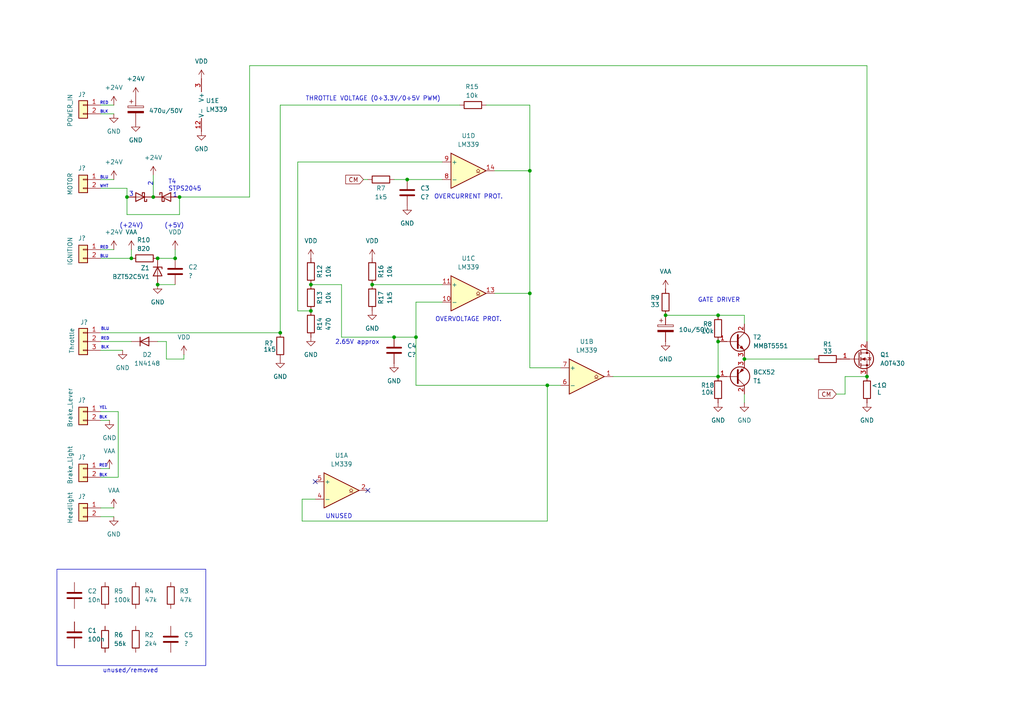
<source format=kicad_sch>
(kicad_sch (version 20250114) (generator "eeschema") (generator_version "9.0")
  (paper "A4")
  (lib_symbols
    (symbol "Comparator:LM339" (pin_names (offset 0.127))
      (property "Reference" "U" (at 0 5.08 0))
      (property "Value" "LM339" (at 0 -5.08 0))
      (symbol "LM339_1_1"
        (polyline (pts (xy -5.08 5.08) (xy 5.08 0) (xy -5.08 -5.08) (xy -5.08 5.08)) (stroke (width 0.254)) (fill (type background)))
        (polyline (pts (xy 3.302 -0.508) (xy 2.794 -0.508) (xy 3.302 0) (xy 2.794 0.508) (xy 2.286 0) (xy 2.794 -0.508) (xy 2.286 -0.508)) (stroke (width 0.127)))
        (pin input line (at -7.62 2.54 0) (length 2.54) (name "+") (number "5"))
        (pin input line (at -7.62 -2.54 0) (length 2.54) (name "-") (number "4"))
        (pin open_collector line (at 7.62 0 180) (length 2.54) (name "~") (number "2"))
      )
      (symbol "LM339_2_1"
        (polyline (pts (xy -5.08 5.08) (xy 5.08 0) (xy -5.08 -5.08) (xy -5.08 5.08)) (stroke (width 0.254)) (fill (type background)))
        (polyline (pts (xy 3.302 -0.508) (xy 2.794 -0.508) (xy 3.302 0) (xy 2.794 0.508) (xy 2.286 0) (xy 2.794 -0.508) (xy 2.286 -0.508)) (stroke (width 0.127)))
        (pin input line (at -7.62 2.54 0) (length 2.54) (name "+") (number "7"))
        (pin input line (at -7.62 -2.54 0) (length 2.54) (name "-") (number "6"))
        (pin open_collector line (at 7.62 0 180) (length 2.54) (name "~") (number "1"))
      )
      (symbol "LM339_3_1"
        (polyline (pts (xy -5.08 5.08) (xy 5.08 0) (xy -5.08 -5.08) (xy -5.08 5.08)) (stroke (width 0.254)) (fill (type background)))
        (polyline (pts (xy 3.302 -0.508) (xy 2.794 -0.508) (xy 3.302 0) (xy 2.794 0.508) (xy 2.286 0) (xy 2.794 -0.508) (xy 2.286 -0.508)) (stroke (width 0.127)))
        (pin input line (at -7.62 2.54 0) (length 2.54) (name "+") (number "11"))
        (pin input line (at -7.62 -2.54 0) (length 2.54) (name "-") (number "10"))
        (pin open_collector line (at 7.62 0 180) (length 2.54) (name "~") (number "13"))
      )
      (symbol "LM339_4_1"
        (polyline (pts (xy -5.08 5.08) (xy 5.08 0) (xy -5.08 -5.08) (xy -5.08 5.08)) (stroke (width 0.254)) (fill (type background)))
        (polyline (pts (xy 3.302 -0.508) (xy 2.794 -0.508) (xy 3.302 0) (xy 2.794 0.508) (xy 2.286 0) (xy 2.794 -0.508) (xy 2.286 -0.508)) (stroke (width 0.127)))
        (pin input line (at -7.62 2.54 0) (length 2.54) (name "+") (number "9"))
        (pin input line (at -7.62 -2.54 0) (length 2.54) (name "-") (number "8"))
        (pin open_collector line (at 7.62 0 180) (length 2.54) (name "~") (number "14"))
      )
      (symbol "LM339_5_1"
        (pin power_in line (at -2.54 7.62 270) (length 3.81) (name "V+") (number "3"))
        (pin power_in line (at -2.54 -7.62 90) (length 3.81) (name "V-") (number "12"))
      )
    )
    (symbol "Connector_Generic:Conn_01x02" (pin_names (offset 1.016) (hide yes))
      (property "Reference" "J" (at 0 2.54 0))
      (property "Value" "Conn_01x02" (at 0 -5.08 0))
      (symbol "Conn_01x02_1_1"
        (rectangle (start -1.27 1.27) (end 1.27 -3.81) (stroke (width 0.254)) (fill (type background)))
        (rectangle (start -1.27 0.127) (end 0 -0.127) (stroke (width 0.1524)))
        (rectangle (start -1.27 -2.413) (end 0 -2.667) (stroke (width 0.1524)))
        (pin passive line (at -5.08 0 0) (length 3.81) (name "Pin_1") (number "1"))
        (pin passive line (at -5.08 -2.54 0) (length 3.81) (name "Pin_2") (number "2"))
      )
    )
    (symbol "Connector_Generic:Conn_01x03" (pin_names (offset 1.016) (hide yes))
      (property "Reference" "J" (at 0 5.08 0))
      (property "Value" "Conn_01x03" (at 0 -5.08 0))
      (symbol "Conn_01x03_1_1"
        (rectangle (start -1.27 3.81) (end 1.27 -3.81) (stroke (width 0.254)) (fill (type background)))
        (rectangle (start -1.27 2.667) (end 0 2.413) (stroke (width 0.1524)))
        (rectangle (start -1.27 0.127) (end 0 -0.127) (stroke (width 0.1524)))
        (rectangle (start -1.27 -2.413) (end 0 -2.667) (stroke (width 0.1524)))
        (pin passive line (at -5.08 2.54 0) (length 3.81) (name "Pin_1") (number "1"))
        (pin passive line (at -5.08 0 0) (length 3.81) (name "Pin_2") (number "2"))
        (pin passive line (at -5.08 -2.54 0) (length 3.81) (name "Pin_3") (number "3"))
      )
    )
    (symbol "Device:C" (pin_numbers (hide yes)) (pin_names (offset 0.254))
      (property "Reference" "C" (at 0.635 2.54 0))
      (property "Value" "C" (at 0.635 -2.54 0))
      (symbol "C_0_1"
        (polyline (pts (xy -2.032 0.762) (xy 2.032 0.762)) (stroke (width 0.508)))
        (polyline (pts (xy -2.032 -0.762) (xy 2.032 -0.762)) (stroke (width 0.508)))
      )
      (symbol "C_1_1"
        (pin passive line (at 0 3.81 270) (length 2.794) (name "~") (number "1"))
        (pin passive line (at 0 -3.81 90) (length 2.794) (name "~") (number "2"))
      )
    )
    (symbol "Device:C_Polarized" (pin_numbers (hide yes)) (pin_names (offset 0.254))
      (property "Reference" "C" (at 0.635 2.54 0))
      (property "Value" "C_Polarized" (at 0.635 -2.54 0))
      (symbol "C_Polarized_0_1"
        (rectangle (start -2.286 0.508) (end 2.286 1.016))
        (polyline (pts (xy -1.778 2.286) (xy -0.762 2.286)))
        (polyline (pts (xy -1.27 2.794) (xy -1.27 1.778)))
        (rectangle (start 2.286 -0.508) (end -2.286 -1.016) (fill (type outline)))
      )
      (symbol "C_Polarized_1_1"
        (pin passive line (at 0 3.81 270) (length 2.794) (name "~") (number "1"))
        (pin passive line (at 0 -3.81 90) (length 2.794) (name "~") (number "2"))
      )
    )
    (symbol "Device:D" (pin_numbers (hide yes)) (pin_names (offset 1.016) (hide yes))
      (property "Reference" "D" (at 0 2.54 0))
      (property "Value" "D" (at 0 -2.54 0))
      (symbol "D_0_1"
        (polyline (pts (xy -1.27 1.27) (xy -1.27 -1.27)) (stroke (width 0.254)))
        (polyline (pts (xy 1.27 1.27) (xy 1.27 -1.27) (xy -1.27 0) (xy 1.27 1.27)) (stroke (width 0.254)))
        (polyline (pts (xy 1.27 0) (xy -1.27 0)))
      )
      (symbol "D_1_1"
        (pin passive line (at -3.81 0 0) (length 2.54) (name "K") (number "1"))
        (pin passive line (at 3.81 0 180) (length 2.54) (name "A") (number "2"))
      )
    )
    (symbol "Device:D_Schottky" (pin_numbers (hide yes)) (pin_names (offset 1.016) (hide yes))
      (property "Reference" "D" (at 0 2.54 0))
      (property "Value" "D_Schottky" (at 0 -2.54 0))
      (symbol "D_Schottky_0_1"
        (polyline (pts (xy -1.905 0.635) (xy -1.905 1.27) (xy -1.27 1.27) (xy -1.27 -1.27) (xy -0.635 -1.27) (xy -0.635 -0.635)) (stroke (width 0.254)))
        (polyline (pts (xy 1.27 1.27) (xy 1.27 -1.27) (xy -1.27 0) (xy 1.27 1.27)) (stroke (width 0.254)))
        (polyline (pts (xy 1.27 0) (xy -1.27 0)))
      )
      (symbol "D_Schottky_1_1"
        (pin passive line (at -3.81 0 0) (length 2.54) (name "K") (number "1"))
        (pin passive line (at 3.81 0 180) (length 2.54) (name "A") (number "2"))
      )
    )
    (symbol "Device:D_Zener" (pin_numbers (hide yes)) (pin_names (offset 1.016) (hide yes))
      (property "Reference" "D" (at 0 2.54 0))
      (property "Value" "D_Zener" (at 0 -2.54 0))
      (symbol "D_Zener_0_1"
        (polyline (pts (xy -1.27 -1.27) (xy -1.27 1.27) (xy -0.762 1.27)) (stroke (width 0.254)))
        (polyline (pts (xy 1.27 0) (xy -1.27 0)))
        (polyline (pts (xy 1.27 -1.27) (xy 1.27 1.27) (xy -1.27 0) (xy 1.27 -1.27)) (stroke (width 0.254)))
      )
      (symbol "D_Zener_1_1"
        (pin passive line (at -3.81 0 0) (length 2.54) (name "K") (number "1"))
        (pin passive line (at 3.81 0 180) (length 2.54) (name "A") (number "2"))
      )
    )
    (symbol "Device:R" (pin_numbers (hide yes)) (pin_names (offset 0))
      (property "Reference" "R" (at 2.032 0 90))
      (property "Value" "R" (at 0 0 90))
      (symbol "R_0_1"
        (rectangle (start -1.016 -2.54) (end 1.016 2.54) (stroke (width 0.254)))
      )
      (symbol "R_1_1"
        (pin passive line (at 0 3.81 270) (length 1.27) (name "~") (number "1"))
        (pin passive line (at 0 -3.81 90) (length 1.27) (name "~") (number "2"))
      )
    )
    (symbol "Transistor_BJT:BCX52" (pin_names (offset 0) (hide yes))
      (property "Reference" "Q" (at 5.08 1.905 0))
      (property "Value" "BCX52" (at 5.08 0 0))
      (symbol "BCX52_0_1"
        (polyline (pts (xy -2.54 0) (xy 0.635 0)))
        (polyline (pts (xy 0.635 1.905) (xy 0.635 -1.905)) (stroke (width 0.508)))
        (polyline (pts (xy 0.635 0.635) (xy 2.54 2.54)))
        (polyline (pts (xy 0.635 -0.635) (xy 2.54 -2.54)))
        (circle (center 1.27 0) (radius 2.8194) (stroke (width 0.254)))
        (polyline (pts (xy 2.286 -1.778) (xy 1.778 -2.286) (xy 1.27 -1.27) (xy 2.286 -1.778)) (fill (type outline)))
      )
      (symbol "BCX52_1_1"
        (pin input line (at -5.08 0 0) (length 2.54) (name "B") (number "1"))
        (pin passive line (at 2.54 5.08 270) (length 2.54) (name "C") (number "2"))
        (pin passive line (at 2.54 -5.08 90) (length 2.54) (name "E") (number "3"))
      )
    )
    (symbol "Transistor_BJT:MMBT5551L" (pin_names (offset 0) (hide yes))
      (property "Reference" "Q1" (at 5.08 1.27 0))
      (property "Value" "MMBT5551" (at 5.08 -1.27 0))
      (symbol "MMBT5551L_0_1"
        (polyline (pts (xy -2.54 0) (xy 0.635 0)))
        (polyline (pts (xy 0.635 1.905) (xy 0.635 -1.905)) (stroke (width 0.508)))
        (circle (center 1.27 0) (radius 2.8194) (stroke (width 0.254)))
      )
      (symbol "MMBT5551L_1_1"
        (polyline (pts (xy 0.635 0.635) (xy 2.54 2.54)))
        (polyline (pts (xy 0.635 -0.635) (xy 2.54 -2.54)))
        (polyline (pts (xy 1.27 -1.778) (xy 1.778 -1.27) (xy 2.286 -2.286) (xy 1.27 -1.778)) (fill (type outline)))
        (pin input line (at -5.08 0 0) (length 2.54) (name "B") (number "1"))
        (pin passive line (at 2.54 5.08 270) (length 2.54) (name "C") (number "2"))
        (pin passive line (at 2.54 -5.08 90) (length 2.54) (name "E") (number "3"))
      )
    )
    (symbol "Transistor_FET:AO3400A" (pin_names (hide yes))
      (property "Reference" "Q1" (at 6.35 1.27 0))
      (property "Value" "AOT430" (at 6.35 -1.27 0))
      (symbol "AO3400A_0_1"
        (polyline (pts (xy 0.254 1.905) (xy 0.254 -1.905)) (stroke (width 0.254)))
        (polyline (pts (xy 0.254 0) (xy -2.54 0)))
        (polyline (pts (xy 0.762 2.286) (xy 0.762 1.27)) (stroke (width 0.254)))
        (polyline (pts (xy 0.762 0.508) (xy 0.762 -0.508)) (stroke (width 0.254)))
        (polyline (pts (xy 0.762 -1.27) (xy 0.762 -2.286)) (stroke (width 0.254)))
        (polyline (pts (xy 0.762 -1.778) (xy 3.302 -1.778) (xy 3.302 1.778) (xy 0.762 1.778)))
        (polyline (pts (xy 1.016 0) (xy 2.032 0.381) (xy 2.032 -0.381) (xy 1.016 0)) (fill (type outline)))
        (circle (center 1.651 0) (radius 2.794) (stroke (width 0.254)))
        (polyline (pts (xy 2.54 2.54) (xy 2.54 1.778)))
        (circle (center 2.54 1.778) (radius 0.254) (fill (type outline)))
        (circle (center 2.54 -1.778) (radius 0.254) (fill (type outline)))
        (polyline (pts (xy 2.54 -2.54) (xy 2.54 0) (xy 0.762 0)))
        (polyline (pts (xy 2.794 0.508) (xy 2.921 0.381) (xy 3.683 0.381) (xy 3.81 0.254)))
        (polyline (pts (xy 3.302 0.381) (xy 2.921 -0.254) (xy 3.683 -0.254) (xy 3.302 0.381)))
      )
      (symbol "AO3400A_1_1"
        (pin input line (at -5.08 0 0) (length 2.54) (name "G") (number "1"))
        (pin passive line (at 2.54 5.08 270) (length 2.54) (name "D") (number "2"))
        (pin passive line (at 2.54 -5.08 90) (length 2.54) (name "S") (number "3"))
      )
    )
    (symbol "power:+24V" (power) (pin_numbers (hide yes)) (pin_names (offset 0) (hide yes))
      (property "Value" "+24V" (at 0 3.556 0))
      (symbol "+24V_0_1"
        (polyline (pts (xy -0.762 1.27) (xy 0 2.54)))
        (polyline (pts (xy 0 2.54) (xy 0.762 1.27)))
        (polyline (pts (xy 0 0) (xy 0 2.54)))
      )
      (symbol "+24V_1_1"
        (pin power_in line (at 0 0 90) (length 0) (name "~") (number "1"))
      )
    )
    (symbol "power:GND" (power) (pin_numbers (hide yes)) (pin_names (offset 0) (hide yes))
      (property "Value" "GND" (at 0 -3.81 0))
      (symbol "GND_0_1"
        (polyline (pts (xy 0 0) (xy 0 -1.27) (xy 1.27 -1.27) (xy 0 -2.54) (xy -1.27 -1.27) (xy 0 -1.27)))
      )
      (symbol "GND_1_1"
        (pin power_in line (at 0 0 270) (length 0) (name "~") (number "1"))
      )
    )
    (symbol "power:VAA" (power) (pin_numbers (hide yes)) (pin_names (offset 0) (hide yes))
      (property "Value" "VAA" (at 0 3.556 0))
      (symbol "VAA_0_1"
        (polyline (pts (xy -0.762 1.27) (xy 0 2.54)))
        (polyline (pts (xy 0 2.54) (xy 0.762 1.27)))
        (polyline (pts (xy 0 0) (xy 0 2.54)))
      )
      (symbol "VAA_1_1"
        (pin power_in line (at 0 0 90) (length 0) (name "~") (number "1"))
      )
    )
    (symbol "power:VDD" (power) (pin_numbers (hide yes)) (pin_names (offset 0) (hide yes))
      (property "Value" "VDD" (at 0 3.556 0))
      (symbol "VDD_0_1"
        (polyline (pts (xy -0.762 1.27) (xy 0 2.54)))
        (polyline (pts (xy 0 2.54) (xy 0.762 1.27)))
        (polyline (pts (xy 0 0) (xy 0 2.54)))
      )
      (symbol "VDD_1_1"
        (pin power_in line (at 0 0 90) (length 0) (name "~") (number "1"))
      )
    )
  )
  (rectangle (start 16.51 165.1) (end 59.69 193.04))
  (text "OVERVOLTAGE PROT." (at 135.89 92.71 0) (effects (font (size 1.27 1.27))))
  (text "RED" (at 30.48 98.298 0) (effects (font (size 0.8128 0.8128))))
  (text "BLK" (at 29.972 137.922 0) (effects (font (size 0.8128 0.8128))))
  (text "(+24V)" (at 38.1 65.532 0) (effects (font (size 1.27 1.27))))
  (text "1" (at 50.8 56.642 0) (effects (font (size 1.27 1.27))))
  (text "BLK" (at 29.972 121.158 0) (effects (font (size 0.8128 0.8128))))
  (text "BLU\n" (at 30.226 51.562 0) (effects (font (size 0.8128 0.8128))))
  (text "BLK" (at 30.48 100.838 0) (effects (font (size 0.8128 0.8128))))
  (text "3" (at 38.1 56.388 0) (effects (font (size 1.27 1.27))))
  (text "RED" (at 30.226 71.882 0) (effects (font (size 0.8128 0.8128))))
  (text "RED" (at 30.226 29.972 0) (effects (font (size 0.8128 0.8128))))
  (text "(+5V)" (at 50.546 65.532 0) (effects (font (size 1.27 1.27))))
  (text "RED" (at 29.972 135.128 0) (effects (font (size 0.8128 0.8128))))
  (text "unused/removed" (at 37.846 194.564 0) (effects (font (size 1.27 1.27))))
  (text "BLK\n" (at 30.226 32.512 0) (effects (font (size 0.8128 0.8128))))
  (text "2" (at 43.688 53.34 90) (effects (font (size 1.27 1.27))))
  (text "BLU\n" (at 30.48 95.504 0) (effects (font (size 0.8128 0.8128))))
  (text "YEL" (at 29.972 118.364 0) (effects (font (size 0.8128 0.8128))))
  (text "GATE DRIVER" (at 208.534 87.122 0) (effects (font (size 1.27 1.27))))
  (text "THROTTLE VOLTAGE (0÷3.3V/0÷5V PWM)" (at 108.204 28.702 0) (effects (font (size 1.27 1.27))))
  (text "OVERCURRENT PROT." (at 135.89 57.15 0) (effects (font (size 1.27 1.27))))
  (text "T4\nSTPS2045" (at 48.768 53.848 0) (effects (font (size 1.27 1.27)) (justify left)))
  (text "2.65V approx" (at 103.632 99.314 0) (effects (font (size 1.27 1.27))))
  (text "UNUSED" (at 98.298 149.86 0) (effects (font (size 1.27 1.27))))
  (text "WHT" (at 30.226 54.102 0) (effects (font (size 0.8128 0.8128))))
  (text "BLU\n" (at 30.226 74.422 0) (effects (font (size 0.8128 0.8128))))
  (junction (at 251.46 109.22))
  (junction (at 50.8 74.93))
  (junction (at 90.17 82.55))
  (junction (at 158.75 111.76))
  (junction (at 153.67 49.53))
  (junction (at 36.83 57.15))
  (junction (at 193.04 91.44))
  (junction (at 120.65 97.79))
  (junction (at 118.11 52.07))
  (junction (at 208.28 99.06))
  (junction (at 81.28 96.52))
  (junction (at 215.9 104.14))
  (junction (at 38.1 74.93))
  (junction (at 208.28 91.44))
  (junction (at 45.72 74.93))
  (junction (at 52.07 57.15))
  (junction (at 208.28 109.22))
  (junction (at 153.67 85.09))
  (junction (at 44.45 57.15))
  (junction (at 90.17 90.17))
  (junction (at 114.3 97.79))
  (junction (at 107.95 82.55))
  (junction (at 45.72 82.55))
  (no_connect (at 91.44 139.7))
  (no_connect (at 106.68 142.24))
  (wire (pts (xy 81.28 30.48) (xy 133.35 30.48)))
  (wire (pts (xy 114.3 52.07) (xy 118.11 52.07)))
  (wire (pts (xy 44.45 50.8) (xy 44.45 57.15)))
  (wire (pts (xy 34.29 138.43) (xy 34.29 119.38)))
  (wire (pts (xy 81.28 97.79) (xy 81.28 96.52)))
  (wire (pts (xy 29.21 101.6) (xy 35.56 101.6)))
  (wire (pts (xy 29.21 138.43) (xy 34.29 138.43)))
  (wire (pts (xy 128.27 52.07) (xy 118.11 52.07)))
  (wire (pts (xy 87.63 144.78) (xy 91.44 144.78)))
  (wire (pts (xy 158.75 111.76) (xy 158.75 151.13)))
  (wire (pts (xy 86.36 46.99) (xy 128.27 46.99)))
  (wire (pts (xy 72.39 19.05) (xy 72.39 57.15)))
  (wire (pts (xy 245.11 109.22) (xy 251.46 109.22)))
  (wire (pts (xy 33.02 72.39) (xy 29.21 72.39)))
  (wire (pts (xy 208.28 99.06) (xy 208.28 109.22)))
  (wire (pts (xy 90.17 90.17) (xy 86.36 90.17)))
  (wire (pts (xy 31.75 135.89) (xy 29.21 135.89)))
  (wire (pts (xy 38.1 99.06) (xy 29.21 99.06)))
  (wire (pts (xy 120.65 97.79) (xy 120.65 111.76)))
  (wire (pts (xy 162.56 111.76) (xy 158.75 111.76)))
  (wire (pts (xy 153.67 30.48) (xy 153.67 49.53)))
  (wire (pts (xy 50.8 74.93) (xy 45.72 74.93)))
  (wire (pts (xy 107.95 82.55) (xy 128.27 82.55)))
  (wire (pts (xy 251.46 19.05) (xy 72.39 19.05)))
  (wire (pts (xy 153.67 30.48) (xy 140.97 30.48)))
  (wire (pts (xy 215.9 91.44) (xy 208.28 91.44)))
  (wire (pts (xy 53.34 104.14) (xy 48.26 104.14)))
  (wire (pts (xy 48.26 99.06) (xy 45.72 99.06)))
  (wire (pts (xy 153.67 106.68) (xy 153.67 85.09)))
  (wire (pts (xy 72.39 57.15) (xy 52.07 57.15)))
  (wire (pts (xy 53.34 104.14) (xy 53.34 102.87)))
  (wire (pts (xy 29.21 33.02) (xy 33.02 33.02)))
  (wire (pts (xy 29.21 147.32) (xy 33.02 147.32)))
  (wire (pts (xy 29.21 74.93) (xy 38.1 74.93)))
  (wire (pts (xy 236.22 104.14) (xy 215.9 104.14)))
  (wire (pts (xy 31.75 121.92) (xy 29.21 121.92)))
  (wire (pts (xy 106.68 52.07) (xy 105.41 52.07)))
  (wire (pts (xy 143.51 49.53) (xy 153.67 49.53)))
  (wire (pts (xy 87.63 151.13) (xy 87.63 144.78)))
  (wire (pts (xy 48.26 104.14) (xy 48.26 99.06)))
  (wire (pts (xy 34.29 119.38) (xy 29.21 119.38)))
  (wire (pts (xy 90.17 82.55) (xy 99.06 82.55)))
  (wire (pts (xy 158.75 111.76) (xy 120.65 111.76)))
  (wire (pts (xy 215.9 91.44) (xy 215.9 93.98)))
  (wire (pts (xy 208.28 91.44) (xy 193.04 91.44)))
  (wire (pts (xy 86.36 90.17) (xy 86.36 46.99)))
  (wire (pts (xy 120.65 87.63) (xy 128.27 87.63)))
  (wire (pts (xy 162.56 106.68) (xy 153.67 106.68)))
  (wire (pts (xy 99.06 97.79) (xy 114.3 97.79)))
  (wire (pts (xy 177.8 109.22) (xy 208.28 109.22)))
  (wire (pts (xy 143.51 85.09) (xy 153.67 85.09)))
  (wire (pts (xy 52.07 57.15) (xy 52.07 62.23)))
  (wire (pts (xy 120.65 87.63) (xy 120.65 97.79)))
  (wire (pts (xy 52.07 62.23) (xy 36.83 62.23)))
  (wire (pts (xy 81.28 30.48) (xy 81.28 96.52)))
  (wire (pts (xy 251.46 99.06) (xy 251.46 19.05)))
  (wire (pts (xy 215.9 114.3) (xy 215.9 116.84)))
  (wire (pts (xy 81.28 96.52) (xy 29.21 96.52)))
  (wire (pts (xy 50.8 72.39) (xy 50.8 74.93)))
  (wire (pts (xy 36.83 54.61) (xy 36.83 57.15)))
  (wire (pts (xy 158.75 151.13) (xy 87.63 151.13)))
  (wire (pts (xy 36.83 62.23) (xy 36.83 57.15)))
  (wire (pts (xy 99.06 82.55) (xy 99.06 97.79)))
  (wire (pts (xy 29.21 149.86) (xy 33.02 149.86)))
  (wire (pts (xy 245.11 114.3) (xy 245.11 109.22)))
  (wire (pts (xy 38.1 74.93) (xy 38.1 72.39)))
  (wire (pts (xy 33.02 30.48) (xy 29.21 30.48)))
  (wire (pts (xy 45.72 82.55) (xy 50.8 82.55)))
  (wire (pts (xy 36.83 54.61) (xy 29.21 54.61)))
  (wire (pts (xy 114.3 97.79) (xy 120.65 97.79)))
  (wire (pts (xy 153.67 85.09) (xy 153.67 49.53)))
  (wire (pts (xy 242.57 114.3) (xy 245.11 114.3)))
  (wire (pts (xy 33.02 52.07) (xy 29.21 52.07)))
  (global_label "CM" (shape input) (at 105.41 52.07 180) (property "Intersheetrefs" "${INTERSHEET_REFS}" (effects (hide yes))))
  (global_label "CM" (shape input) (at 242.57 114.3 180) (property "Intersheetrefs" "${INTERSHEET_REFS}" (effects (hide yes))))
  (symbol (lib_id "Device:R") (at 193.04 87.63 0) (unit 1)
    (property "Reference" "R9" (at 189.992 86.36 0))
    (property "Value" "33" (at 189.992 88.392 0))
    (property "Description" "Resistor" (effects (hide yes)))
  )
  (symbol (lib_id "power:VDD") (at 90.17 74.93 0) (unit 1)
    (property "Reference" "#PWR022" (effects (hide yes)))
    (property "Value" "VDD" (at 90.17 69.85 0))
    (property "Description" "Power symbol creates a global label with name \"VDD\"" (effects (hide yes)))
  )
  (symbol (lib_id "Device:R") (at 208.28 95.25 0) (unit 1)
    (property "Reference" "R8" (at 205.232 93.98 0))
    (property "Value" "10k" (at 205.232 96.012 0))
    (property "Description" "Resistor" (effects (hide yes)))
  )
  (symbol (lib_id "Device:R") (at 39.37 185.42 0) (unit 1)
    (property "Reference" "R2" (at 41.91 184.15 0) (effects (justify left)))
    (property "Value" "2k4" (at 41.91 186.69 0) (effects (justify left)))
    (property "Description" "Resistor" (effects (hide yes)))
  )
  (symbol (lib_id "Device:D_Schottky") (at 40.64 57.15 180) (unit 1)
    (property "Reference" "T4" (effects (hide yes)))
    (property "Value" "D_Schottky" (effects (hide yes)))
    (property "Description" "Schottky diode" (effects (hide yes)))
  )
  (symbol (lib_id "power:+24V") (at 33.02 52.07 0) (unit 1)
    (property "Reference" "#PWR05" (effects (hide yes)))
    (property "Value" "+24V" (at 33.02 46.99 0))
    (property "Description" "Power symbol creates a global label with name \"+24V\"" (effects (hide yes)))
  )
  (symbol (lib_id "power:GND") (at 39.37 35.56 0) (unit 1)
    (property "Reference" "#PWR04" (effects (hide yes)))
    (property "Value" "GND" (at 39.37 40.64 0))
    (property "Description" "Power symbol creates a global label with name \"GND\" , ground" (effects (hide yes)))
  )
  (symbol (lib_id "Device:R") (at 49.53 172.72 0) (unit 1)
    (property "Reference" "R3" (at 52.07 171.45 0) (effects (justify left)))
    (property "Value" "47k" (at 52.07 173.99 0) (effects (justify left)))
    (property "Description" "Resistor" (effects (hide yes)))
  )
  (symbol (lib_id "Connector_Generic:Conn_01x02") (at 24.13 119.38 0) (mirror y) (unit 1)
    (property "Reference" "J?" (at 24.892 116.078 0) (effects (justify left)))
    (property "Value" "Brake_Lever" (at 20.32 123.952 90) (effects (justify left)))
    (property "Description" "Generic connector, single row, 01x02, script generated (kicad-library-utils/schlib/autogen/connector/)" (effects (hide yes)))
  )
  (symbol (lib_id "Device:R") (at 90.17 86.36 0) (unit 1)
    (property "Reference" "R13" (at 92.71 86.36 90))
    (property "Value" "10k" (at 95.25 86.36 90))
    (property "Description" "Resistor" (effects (hide yes)))
  )
  (symbol (lib_id "power:VDD") (at 58.42 22.86 0) (unit 1)
    (property "Reference" "#PWR018" (effects (hide yes)))
    (property "Value" "VDD" (at 58.42 17.78 0))
    (property "Description" "Power symbol creates a global label with name \"VDD\"" (effects (hide yes)))
  )
  (symbol (lib_id "power:GND") (at 107.95 90.17 0) (unit 1)
    (property "Reference" "#PWR025" (effects (hide yes)))
    (property "Value" "GND" (at 107.95 95.25 0))
    (property "Description" "Power symbol creates a global label with name \"GND\" , ground" (effects (hide yes)))
  )
  (symbol (lib_id "Device:C") (at 21.59 184.15 0) (unit 1)
    (property "Reference" "C1" (at 25.4 182.88 0) (effects (justify left)))
    (property "Value" "100n" (at 25.4 185.42 0) (effects (justify left)))
    (property "Description" "Unpolarized capacitor" (effects (hide yes)))
  )
  (symbol (lib_id "Device:C") (at 21.59 172.72 0) (unit 1)
    (property "Reference" "C2" (at 25.4 171.45 0) (effects (justify left)))
    (property "Value" "10n" (at 25.4 173.99 0) (effects (justify left)))
    (property "Description" "Unpolarized capacitor" (effects (hide yes)))
  )
  (symbol (lib_id "Connector_Generic:Conn_01x02") (at 24.13 147.32 0) (mirror y) (unit 1)
    (property "Reference" "J?" (at 24.892 144.018 0) (effects (justify left)))
    (property "Value" "Headlight" (at 20.32 151.892 90) (effects (justify left)))
    (property "Description" "Generic connector, single row, 01x02, script generated (kicad-library-utils/schlib/autogen/connector/)" (effects (hide yes)))
  )
  (symbol (lib_id "power:GND") (at 35.56 101.6 0) (unit 1)
    (property "Reference" "#PWR011" (effects (hide yes)))
    (property "Value" "GND" (at 35.56 106.68 0))
    (property "Description" "Power symbol creates a global label with name \"GND\" , ground" (effects (hide yes)))
  )
  (symbol (lib_id "Device:R") (at 41.91 74.93 270) (unit 1)
    (property "Reference" "R10" (at 41.656 69.596 90))
    (property "Value" "820" (at 41.656 72.136 90))
    (property "Description" "Resistor" (effects (hide yes)))
  )
  (symbol (lib_id "power:VDD") (at 107.95 74.93 0) (unit 1)
    (property "Reference" "#PWR024" (effects (hide yes)))
    (property "Value" "VDD" (at 107.95 69.85 0))
    (property "Description" "Power symbol creates a global label with name \"VDD\"" (effects (hide yes)))
  )
  (symbol (lib_id "Connector_Generic:Conn_01x02") (at 24.13 30.48 0) (mirror y) (unit 1)
    (property "Reference" "J?" (at 24.892 27.432 0) (effects (justify left)))
    (property "Value" "POWER_IN" (at 20.32 36.83 90) (effects (justify left)))
    (property "Description" "Generic connector, single row, 01x02, script generated (kicad-library-utils/schlib/autogen/connector/)" (effects (hide yes)))
  )
  (symbol (lib_id "Device:C_Polarized") (at 39.37 31.75 0) (unit 1)
    (property "Reference" "C1" (effects (hide yes)))
    (property "Value" "470u/50V" (at 43.18 32.131 0) (effects (justify left)))
    (property "Description" "Polarized capacitor" (effects (hide yes)))
  )
  (symbol (lib_id "Device:D_Zener") (at 45.72 78.74 270) (unit 1)
    (property "Reference" "Z1" (at 43.434 77.724 90) (effects (justify right)))
    (property "Value" "BZT52C5V1" (at 43.434 80.264 90) (effects (justify right)))
    (property "Description" "Zener diode" (effects (hide yes)))
  )
  (symbol (lib_id "power:GND") (at 58.42 38.1 0) (unit 1)
    (property "Reference" "#PWR019" (effects (hide yes)))
    (property "Value" "GND" (at 58.42 43.18 0))
    (property "Description" "Power symbol creates a global label with name \"GND\" , ground" (effects (hide yes)))
  )
  (symbol (lib_id "Device:R") (at 107.95 78.74 0) (unit 1)
    (property "Reference" "R16" (at 110.49 78.74 90))
    (property "Value" "10k" (at 113.03 78.74 90))
    (property "Description" "Resistor" (effects (hide yes)))
  )
  (symbol (lib_id "power:VDD") (at 53.34 102.87 0) (unit 1)
    (property "Reference" "#PWR012" (effects (hide yes)))
    (property "Value" "VDD" (at 53.34 97.79 0))
    (property "Description" "Power symbol creates a global label with name \"VDD\"" (effects (hide yes)))
  )
  (symbol (lib_id "Comparator:LM339") (at 135.89 49.53 0) (unit 4)
    (property "Reference" "U1" (at 135.89 39.37 0))
    (property "Value" "LM339" (at 135.89 41.91 0))
    (property "Datasheet" "https://www.st.com/resource/en/datasheet/lm139.pdf" (effects (hide yes)))
    (property "Description" "Quad Differential Comparators, SOIC-14/TSSOP-14" (effects (hide yes)))
  )
  (symbol (lib_id "power:VAA") (at 31.75 135.89 0) (unit 1)
    (property "Reference" "#PWR017" (effects (hide yes)))
    (property "Value" "VAA" (at 31.75 130.81 0))
    (property "Description" "Power symbol creates a global label with name \"VAA\"" (effects (hide yes)))
  )
  (symbol (lib_id "Device:R") (at 90.17 78.74 0) (unit 1)
    (property "Reference" "R12" (at 92.71 78.74 90))
    (property "Value" "10k" (at 95.25 78.74 90))
    (property "Description" "Resistor" (effects (hide yes)))
  )
  (symbol (lib_id "Device:R") (at 137.16 30.48 270) (unit 1)
    (property "Reference" "R15" (at 136.906 25.146 90))
    (property "Value" "10k" (at 136.906 27.686 90))
    (property "Description" "Resistor" (effects (hide yes)))
  )
  (symbol (lib_id "power:GND") (at 251.46 116.84 0) (unit 1)
    (property "Reference" "#PWR030" (effects (hide yes)))
    (property "Value" "GND" (at 251.46 121.92 0))
    (property "Description" "Power symbol creates a global label with name \"GND\" , ground" (effects (hide yes)))
  )
  (symbol (lib_id "Comparator:LM339") (at 60.96 30.48 0) (unit 5)
    (property "Reference" "U1" (at 59.69 29.21 0) (effects (justify left)))
    (property "Value" "LM339" (at 59.69 31.75 0) (effects (justify left)))
    (property "Datasheet" "https://www.st.com/resource/en/datasheet/lm139.pdf" (effects (hide yes)))
    (property "Description" "Quad Differential Comparators, SOIC-14/TSSOP-14" (effects (hide yes)))
  )
  (symbol (lib_id "power:GND") (at 45.72 82.55 0) (unit 1)
    (property "Reference" "#PWR09" (effects (hide yes)))
    (property "Value" "GND" (at 45.72 87.63 0))
    (property "Description" "Power symbol creates a global label with name \"GND\" , ground" (effects (hide yes)))
  )
  (symbol (lib_id "Device:R") (at 107.95 86.36 0) (unit 1)
    (property "Reference" "R17" (at 110.49 86.36 90))
    (property "Value" "1k5" (at 113.03 86.36 90))
    (property "Description" "Resistor" (effects (hide yes)))
  )
  (symbol (lib_id "Connector_Generic:Conn_01x02") (at 24.13 52.07 0) (mirror y) (unit 1)
    (property "Reference" "J?" (at 24.892 48.768 0) (effects (justify left)))
    (property "Value" "MOTOR" (at 20.32 56.642 90) (effects (justify left)))
    (property "Description" "Generic connector, single row, 01x02, script generated (kicad-library-utils/schlib/autogen/connector/)" (effects (hide yes)))
  )
  (symbol (lib_id "Transistor_BJT:BCX52") (at 213.36 109.22 0) (mirror x) (unit 1)
    (property "Reference" "T1" (at 218.44 110.49 0) (effects (justify left)))
    (property "Value" "BCX52" (at 218.44 107.95 0) (effects (justify left)))
    (property "Footprint" "Package_TO_SOT_SMD:SOT-89-3" (effects (hide yes)))
    (property "Datasheet" "http://www.infineon.com/dgdl/bcx51_bcx52_bcx53.pdf" (effects (hide yes)))
    (property "Description" "1A Ic, 60V Vce, PNP Medium Power Transistor, SOT-89" (effects (hide yes)))
  )
  (symbol (lib_id "Device:C") (at 49.53 185.42 0) (unit 1)
    (property "Reference" "C5" (at 53.34 184.15 0) (effects (justify left)))
    (property "Value" "?" (at 53.34 186.69 0) (effects (justify left)))
    (property "Description" "Unpolarized capacitor" (effects (hide yes)))
  )
  (symbol (lib_id "Device:R") (at 110.49 52.07 270) (unit 1)
    (property "Reference" "R7" (at 110.49 54.61 90))
    (property "Value" "1k5" (at 110.49 57.15 90))
    (property "Description" "Resistor" (effects (hide yes)))
  )
  (symbol (lib_id "power:GND") (at 31.75 121.92 0) (unit 1)
    (property "Reference" "#PWR016" (effects (hide yes)))
    (property "Value" "GND" (at 31.75 127 0))
    (property "Description" "Power symbol creates a global label with name \"GND\" , ground" (effects (hide yes)))
  )
  (symbol (lib_id "Device:C") (at 118.11 55.88 0) (unit 1)
    (property "Reference" "C3" (at 121.92 54.61 0) (effects (justify left)))
    (property "Value" "C?" (at 121.92 57.15 0) (effects (justify left)))
    (property "Description" "Unpolarized capacitor" (effects (hide yes)))
  )
  (symbol (lib_id "Device:R") (at 90.17 93.98 0) (unit 1)
    (property "Reference" "R14" (at 92.71 93.98 90))
    (property "Value" "470" (at 95.25 93.98 90))
    (property "Description" "Resistor" (effects (hide yes)))
  )
  (symbol (lib_id "Device:R") (at 30.48 185.42 0) (unit 1)
    (property "Reference" "R6" (at 33.02 184.15 0) (effects (justify left)))
    (property "Value" "56k" (at 33.02 186.69 0) (effects (justify left)))
    (property "Description" "Resistor" (effects (hide yes)))
  )
  (symbol (lib_id "power:+24V") (at 33.02 72.39 0) (unit 1)
    (property "Reference" "#PWR07" (effects (hide yes)))
    (property "Value" "+24V" (at 33.02 67.31 0))
    (property "Description" "Power symbol creates a global label with name \"+24V\"" (effects (hide yes)))
  )
  (symbol (lib_id "power:GND") (at 81.28 104.14 0) (unit 1)
    (property "Reference" "#PWR013" (effects (hide yes)))
    (property "Value" "GND" (at 81.28 109.22 0))
    (property "Description" "Power symbol creates a global label with name \"GND\" , ground" (effects (hide yes)))
  )
  (symbol (lib_id "power:GND") (at 215.9 116.84 0) (unit 1)
    (property "Reference" "#PWR029" (effects (hide yes)))
    (property "Value" "GND" (at 215.9 121.92 0))
    (property "Description" "Power symbol creates a global label with name \"GND\" , ground" (effects (hide yes)))
  )
  (symbol (lib_id "Device:R") (at 39.37 172.72 0) (unit 1)
    (property "Reference" "R4" (at 41.91 171.45 0) (effects (justify left)))
    (property "Value" "47k" (at 41.91 173.99 0) (effects (justify left)))
    (property "Description" "Resistor" (effects (hide yes)))
  )
  (symbol (lib_id "power:GND") (at 33.02 149.86 0) (unit 1)
    (property "Reference" "#PWR015" (effects (hide yes)))
    (property "Value" "GND" (at 33.02 154.94 0))
    (property "Description" "Power symbol creates a global label with name \"GND\" , ground" (effects (hide yes)))
  )
  (symbol (lib_id "power:VAA") (at 38.1 72.39 0) (unit 1)
    (property "Reference" "#PWR08" (effects (hide yes)))
    (property "Value" "VAA" (at 38.1 67.31 0))
    (property "Description" "Power symbol creates a global label with name \"VAA\"" (effects (hide yes)))
  )
  (symbol (lib_id "Transistor_FET:AO3400A") (at 248.92 104.14 0) (unit 1)
    (property "Reference" "Q1" (at 255.27 102.87 0) (effects (justify left)))
    (property "Value" "AOT430" (at 255.27 105.41 0) (effects (justify left)))
    (property "Footprint" "Package_TO_SOT_SMD:SOT-23" (effects (hide yes)))
    (property "Datasheet" "http://www.aosmd.com/pdfs/datasheet/AO3400A.pdf" (effects (hide yes)))
    (property "Description" "30V Vds, 5.7A Id, N-Channel MOSFET, SOT-23" (effects (hide yes)))
  )
  (symbol (lib_id "Device:C") (at 114.3 101.6 0) (unit 1)
    (property "Reference" "C4" (at 118.11 100.33 0) (effects (justify left)))
    (property "Value" "C?" (at 118.11 102.87 0) (effects (justify left)))
    (property "Description" "Unpolarized capacitor" (effects (hide yes)))
  )
  (symbol (lib_id "power:GND") (at 208.28 116.84 0) (unit 1)
    (property "Reference" "#PWR028" (effects (hide yes)))
    (property "Value" "GND" (at 208.28 121.92 0))
    (property "Description" "Power symbol creates a global label with name \"GND\" , ground" (effects (hide yes)))
  )
  (symbol (lib_id "Comparator:LM339") (at 99.06 142.24 0) (unit 1)
    (property "Reference" "U1" (at 99.06 132.08 0))
    (property "Value" "LM339" (at 99.06 134.62 0))
    (property "Datasheet" "https://www.st.com/resource/en/datasheet/lm139.pdf" (effects (hide yes)))
    (property "Description" "Quad Differential Comparators, SOIC-14/TSSOP-14" (effects (hide yes)))
  )
  (symbol (lib_id "Device:D") (at 41.91 99.06 0) (unit 1)
    (property "Reference" "D2" (at 42.672 102.87 0))
    (property "Value" "1N4148" (at 42.672 105.41 0))
    (property "Description" "Diode" (effects (hide yes)))
    (property "Sim.Device" "D" (effects (hide yes)))
    (property "Sim.Pins" "1=K 2=A" (effects (hide yes)))
  )
  (symbol (lib_id "Device:D_Schottky") (at 48.26 57.15 0) (unit 1)
    (property "Reference" "D2" (effects (hide yes)))
    (property "Value" "D_Schottky" (effects (hide yes)))
    (property "Description" "Schottky diode" (effects (hide yes)))
  )
  (symbol (lib_id "Device:R") (at 30.48 172.72 0) (unit 1)
    (property "Reference" "R5" (at 33.02 171.45 0) (effects (justify left)))
    (property "Value" "100k" (at 33.02 173.99 0) (effects (justify left)))
    (property "Description" "Resistor" (effects (hide yes)))
  )
  (symbol (lib_id "Device:R") (at 81.28 100.33 0) (unit 1)
    (property "Reference" "R?" (at 77.978 99.568 0))
    (property "Value" "1k5" (at 78.232 101.346 0))
    (property "Description" "Resistor" (effects (hide yes)))
  )
  (symbol (lib_id "power:+24V") (at 39.37 27.94 0) (unit 1)
    (property "Reference" "#PWR03" (effects (hide yes)))
    (property "Value" "+24V" (at 39.37 22.86 0))
    (property "Description" "Power symbol creates a global label with name \"+24V\"" (effects (hide yes)))
  )
  (symbol (lib_id "Connector_Generic:Conn_01x02") (at 24.13 135.89 0) (mirror y) (unit 1)
    (property "Reference" "J?" (at 24.892 132.588 0) (effects (justify left)))
    (property "Value" "Brake_Light" (at 20.32 140.462 90) (effects (justify left)))
    (property "Description" "Generic connector, single row, 01x02, script generated (kicad-library-utils/schlib/autogen/connector/)" (effects (hide yes)))
  )
  (symbol (lib_id "power:VDD") (at 50.8 72.39 0) (unit 1)
    (property "Reference" "#PWR010" (effects (hide yes)))
    (property "Value" "VDD" (at 50.8 67.31 0))
    (property "Description" "Power symbol creates a global label with name \"VDD\"" (effects (hide yes)))
  )
  (symbol (lib_id "Device:R") (at 251.46 113.03 180) (unit 1)
    (property "Reference" "L" (at 255.016 113.792 0))
    (property "Value" "<1Ω" (at 255.016 111.76 0))
    (property "Description" "Resistor" (effects (hide yes)))
  )
  (symbol (lib_id "Device:R") (at 240.03 104.14 90) (unit 1)
    (property "Reference" "R1" (at 240.03 99.822 90))
    (property "Value" "33" (at 240.03 101.854 90))
    (property "Description" "Resistor" (effects (hide yes)))
  )
  (symbol (lib_id "Connector_Generic:Conn_01x02") (at 24.13 72.39 0) (mirror y) (unit 1)
    (property "Reference" "J?" (at 24.892 69.088 0) (effects (justify left)))
    (property "Value" "IGNITION" (at 20.32 76.962 90) (effects (justify left)))
    (property "Description" "Generic connector, single row, 01x02, script generated (kicad-library-utils/schlib/autogen/connector/)" (effects (hide yes)))
  )
  (symbol (lib_id "Connector_Generic:Conn_01x03") (at 24.13 99.06 0) (mirror y) (unit 1)
    (property "Reference" "J?" (at 24.384 93.472 0))
    (property "Value" "Throttle" (at 20.828 98.806 90))
    (property "Description" "Generic connector, single row, 01x03, script generated (kicad-library-utils/schlib/autogen/connector/)" (effects (hide yes)))
  )
  (symbol (lib_id "Device:C") (at 50.8 78.74 0) (unit 1)
    (property "Reference" "C2" (at 54.61 77.47 0) (effects (justify left)))
    (property "Value" "?" (at 54.61 80.01 0) (effects (justify left)))
    (property "Description" "Unpolarized capacitor" (effects (hide yes)))
  )
  (symbol (lib_id "power:GND") (at 114.3 105.41 0) (unit 1)
    (property "Reference" "#PWR023" (effects (hide yes)))
    (property "Value" "GND" (at 114.3 110.49 0))
    (property "Description" "Power symbol creates a global label with name \"GND\" , ground" (effects (hide yes)))
  )
  (symbol (lib_id "power:GND") (at 33.02 33.02 0) (unit 1)
    (property "Reference" "#PWR01" (effects (hide yes)))
    (property "Value" "GND" (at 33.02 38.1 0))
    (property "Description" "Power symbol creates a global label with name \"GND\" , ground" (effects (hide yes)))
  )
  (symbol (lib_id "Transistor_BJT:MMBT5551L") (at 213.36 99.06 0) (unit 1)
    (property "Reference" "T2" (at 218.44 97.79 0) (effects (justify left)))
    (property "Value" "MMBT5551" (at 218.44 100.33 0) (effects (justify left)))
    (property "Footprint" "Package_TO_SOT_SMD:SOT-23" (effects (hide yes)))
    (property "Datasheet" "www.onsemi.com/pub/Collateral/MMBT5550LT1-D.PDF" (effects (hide yes)))
    (property "Description" "0.6A Ic, 160V Vce, NPN Transistor, SOT-23" (effects (hide yes)))
  )
  (symbol (lib_id "power:GND") (at 90.17 97.79 0) (unit 1)
    (property "Reference" "#PWR021" (effects (hide yes)))
    (property "Value" "GND" (at 90.17 102.87 0))
    (property "Description" "Power symbol creates a global label with name \"GND\" , ground" (effects (hide yes)))
  )
  (symbol (lib_id "Device:C_Polarized") (at 193.04 95.25 0) (unit 1)
    (property "Reference" "C5" (effects (hide yes)))
    (property "Value" "10u/50V" (at 196.85 95.631 0) (effects (justify left)))
    (property "Description" "Polarized capacitor" (effects (hide yes)))
  )
  (symbol (lib_id "power:GND") (at 193.04 99.06 0) (unit 1)
    (property "Reference" "#PWR027" (effects (hide yes)))
    (property "Value" "GND" (at 193.04 104.14 0))
    (property "Description" "Power symbol creates a global label with name \"GND\" , ground" (effects (hide yes)))
  )
  (symbol (lib_id "power:+24V") (at 44.45 50.8 0) (unit 1)
    (property "Reference" "#PWR06" (effects (hide yes)))
    (property "Value" "+24V" (at 44.45 45.72 0))
    (property "Description" "Power symbol creates a global label with name \"+24V\"" (effects (hide yes)))
  )
  (symbol (lib_id "power:VAA") (at 33.02 147.32 0) (unit 1)
    (property "Reference" "#PWR014" (effects (hide yes)))
    (property "Value" "VAA" (at 33.02 142.24 0))
    (property "Description" "Power symbol creates a global label with name \"VAA\"" (effects (hide yes)))
  )
  (symbol (lib_id "power:+24V") (at 33.02 30.48 0) (unit 1)
    (property "Reference" "#PWR02" (effects (hide yes)))
    (property "Value" "+24V" (at 33.02 25.4 0))
    (property "Description" "Power symbol creates a global label with name \"+24V\"" (effects (hide yes)))
  )
  (symbol (lib_id "Comparator:LM339") (at 170.18 109.22 0) (unit 2)
    (property "Reference" "U1" (at 170.18 99.06 0))
    (property "Value" "LM339" (at 170.18 101.6 0))
    (property "Datasheet" "https://www.st.com/resource/en/datasheet/lm139.pdf" (effects (hide yes)))
    (property "Description" "Quad Differential Comparators, SOIC-14/TSSOP-14" (effects (hide yes)))
  )
  (symbol (lib_id "Device:R") (at 208.28 113.03 0) (unit 1)
    (property "Reference" "R18" (at 205.232 111.76 0))
    (property "Value" "10k" (at 205.232 113.792 0))
    (property "Description" "Resistor" (effects (hide yes)))
  )
  (symbol (lib_id "power:GND") (at 118.11 59.69 0) (unit 1)
    (property "Reference" "#PWR020" (effects (hide yes)))
    (property "Value" "GND" (at 118.11 64.77 0))
    (property "Description" "Power symbol creates a global label with name \"GND\" , ground" (effects (hide yes)))
  )
  (symbol (lib_id "power:VAA") (at 193.04 83.82 0) (unit 1)
    (property "Reference" "#PWR026" (effects (hide yes)))
    (property "Value" "VAA" (at 193.04 78.74 0))
    (property "Description" "Power symbol creates a global label with name \"VAA\"" (effects (hide yes)))
  )
  (symbol (lib_id "Comparator:LM339") (at 135.89 85.09 0) (unit 3)
    (property "Reference" "U1" (at 135.89 74.93 0))
    (property "Value" "LM339" (at 135.89 77.47 0))
    (property "Datasheet" "https://www.st.com/resource/en/datasheet/lm139.pdf" (effects (hide yes)))
    (property "Description" "Quad Differential Comparators, SOIC-14/TSSOP-14" (effects (hide yes)))
  )
)
</source>
